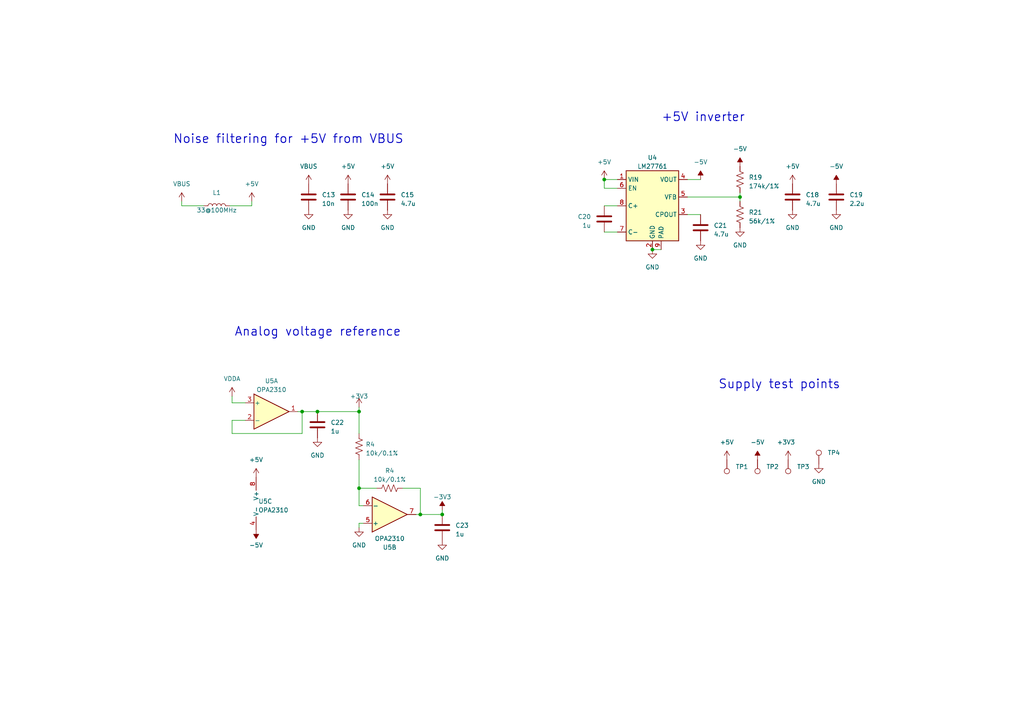
<source format=kicad_sch>
(kicad_sch (version 20230121) (generator eeschema)
  (paper "A4")
  (title_block (title "DSP PAW add-on board") (date "2023-09-13") (rev "2") (company "bitgloo") (comment 1 "Released under the CERN Open Hardware Licence Version 2 - Strongly Reciprocal"))
  (lib_symbols
    (symbol "Amplifier_Operational:OPA2340" (pin_names (offset 0.127))
      (property "Reference" "U" (at 0 5.08 0))
      (property "Value" "OPA2340" (at 0 -5.08 0))
      (symbol "OPA2340_1_1"
        (polyline (pts (xy -5.08 5.08) (xy 5.08 0) (xy -5.08 -5.08) (xy -5.08 5.08)) (stroke (width 0.254)) (fill (type background)))
        (pin output line (at 7.62 0 180) (length 2.54) (name "~") (number "1"))
        (pin input line (at -7.62 -2.54 0) (length 2.54) (name "-") (number "2"))
        (pin input line (at -7.62 2.54 0) (length 2.54) (name "+") (number "3"))
      )
      (symbol "OPA2340_2_1"
        (polyline (pts (xy -5.08 5.08) (xy 5.08 0) (xy -5.08 -5.08) (xy -5.08 5.08)) (stroke (width 0.254)) (fill (type background)))
        (pin input line (at -7.62 2.54 0) (length 2.54) (name "+") (number "5"))
        (pin input line (at -7.62 -2.54 0) (length 2.54) (name "-") (number "6"))
        (pin output line (at 7.62 0 180) (length 2.54) (name "~") (number "7"))
      )
      (symbol "OPA2340_3_1"
        (pin power_in line (at -2.54 -7.62 90) (length 3.81) (name "V-") (number "4"))
        (pin power_in line (at -2.54 7.62 270) (length 3.81) (name "V+") (number "8"))
      )
    )
    (symbol "Connector:TestPoint" (pin_numbers hide) (pin_names (offset 0.762) hide)
      (property "Reference" "TP" (at 0 6.858 0))
      (property "Value" "TestPoint" (at 0 5.08 0))
      (symbol "TestPoint_0_1"
        (circle (center 0 3.302) (radius 0.762))
      )
      (symbol "TestPoint_1_1"
        (pin passive line (at 0 0 90) (length 2.54) (name "1") (number "1"))
      )
    )
    (symbol "Device:C" (pin_numbers hide) (pin_names (offset 0.254))
      (property "Reference" "C" (at 0.635 2.54 0))
      (property "Value" "C" (at 0.635 -2.54 0))
      (symbol "C_0_1"
        (polyline (pts (xy -2.032 -0.762) (xy 2.032 -0.762)) (stroke (width 0.508)))
        (polyline (pts (xy -2.032 0.762) (xy 2.032 0.762)) (stroke (width 0.508)))
      )
      (symbol "C_1_1"
        (pin passive line (at 0 3.81 270) (length 2.794) (name "~") (number "1"))
        (pin passive line (at 0 -3.81 90) (length 2.794) (name "~") (number "2"))
      )
    )
    (symbol "Device:L" (pin_numbers hide) (pin_names (offset 1.016) hide)
      (property "Reference" "L" (at -1.27 0 90))
      (property "Value" "L" (at 1.905 0 90))
      (symbol "L_0_1"
        (arc (start 0 -2.54) (mid 0.6323 -1.905) (end 0 -1.27))
        (arc (start 0 -1.27) (mid 0.6323 -0.635) (end 0 0))
        (arc (start 0 0) (mid 0.6323 0.635) (end 0 1.27))
        (arc (start 0 1.27) (mid 0.6323 1.905) (end 0 2.54))
      )
      (symbol "L_1_1"
        (pin passive line (at 0 3.81 270) (length 1.27) (name "1") (number "1"))
        (pin passive line (at 0 -3.81 90) (length 1.27) (name "2") (number "2"))
      )
    )
    (symbol "Device:R_US" (pin_numbers hide) (pin_names (offset 0))
      (property "Reference" "R" (at 2.54 0 90))
      (property "Value" "R_US" (at -2.54 0 90))
      (symbol "R_US_0_1"
        (polyline (pts (xy 0 -2.286) (xy 0 -2.54)))
        (polyline (pts (xy 0 2.286) (xy 0 2.54)))
        (polyline (pts (xy 0 -0.762) (xy 1.016 -1.143) (xy 0 -1.524) (xy -1.016 -1.905) (xy 0 -2.286)))
        (polyline (pts (xy 0 0.762) (xy 1.016 0.381) (xy 0 0) (xy -1.016 -0.381) (xy 0 -0.762)))
        (polyline (pts (xy 0 2.286) (xy 1.016 1.905) (xy 0 1.524) (xy -1.016 1.143) (xy 0 0.762)))
      )
      (symbol "R_US_1_1"
        (pin passive line (at 0 3.81 270) (length 1.27) (name "~") (number "1"))
        (pin passive line (at 0 -3.81 90) (length 1.27) (name "~") (number "2"))
      )
    )
    (symbol "Regulator_SwitchedCapacitor:LM27761"
      (property "Reference" "U" (at -6.35 11.43 0))
      (property "Value" "LM27761" (at 3.302 11.43 0))
      (symbol "LM27761_0_1"
        (rectangle (start -7.62 10.16) (end 7.62 -10.16) (stroke (width 0.254)) (fill (type background)))
      )
      (symbol "LM27761_1_1"
        (pin power_in line (at -10.16 7.62 0) (length 2.54) (name "VIN") (number "1"))
        (pin power_in line (at 0 -12.7 90) (length 2.54) (name "GND") (number "2"))
        (pin power_out line (at 10.16 -2.54 180) (length 2.54) (name "CPOUT") (number "3"))
        (pin power_out line (at 10.16 7.62 180) (length 2.54) (name "VOUT") (number "4"))
        (pin input line (at 10.16 2.54 180) (length 2.54) (name "VFB") (number "5"))
        (pin input line (at -10.16 5.08 0) (length 2.54) (name "EN") (number "6"))
        (pin passive line (at -10.16 -7.62 0) (length 2.54) (name "C-") (number "7"))
        (pin passive line (at -10.16 0 0) (length 2.54) (name "C+") (number "8"))
        (pin power_in line (at 2.54 -12.7 90) (length 2.54) (name "PAD") (number "9"))
      )
    )
    (symbol "power:+3V3" (power) (pin_names (offset 0))
      (property "Value" "+3V3" (at 0 3.556 0))
      (symbol "+3V3_0_1"
        (polyline (pts (xy -0.762 1.27) (xy 0 2.54)))
        (polyline (pts (xy 0 0) (xy 0 2.54)))
        (polyline (pts (xy 0 2.54) (xy 0.762 1.27)))
      )
      (symbol "+3V3_1_1"
        (pin power_in line (at 0 0 90) (length 0) hide (name "+3V3") (number "1"))
      )
    )
    (symbol "power:+5V" (power) (pin_names (offset 0))
      (property "Value" "+5V" (at 0 3.556 0))
      (symbol "+5V_0_1"
        (polyline (pts (xy -0.762 1.27) (xy 0 2.54)))
        (polyline (pts (xy 0 0) (xy 0 2.54)))
        (polyline (pts (xy 0 2.54) (xy 0.762 1.27)))
      )
      (symbol "+5V_1_1"
        (pin power_in line (at 0 0 90) (length 0) hide (name "+5V") (number "1"))
      )
    )
    (symbol "power:-3V3" (power) (pin_names (offset 0))
      (property "Value" "-3V3" (at 0 3.81 0))
      (symbol "-3V3_0_0"
        (pin power_in line (at 0 0 90) (length 0) hide (name "-3V3") (number "1"))
      )
      (symbol "-3V3_0_1"
        (polyline (pts (xy 0 0) (xy 0 1.27) (xy 0.762 1.27) (xy 0 2.54) (xy -0.762 1.27) (xy 0 1.27)) (fill (type outline)))
      )
    )
    (symbol "power:-5V" (power) (pin_names (offset 0))
      (property "Value" "-5V" (at 0 3.81 0))
      (symbol "-5V_0_0"
        (pin power_in line (at 0 0 90) (length 0) hide (name "-5V") (number "1"))
      )
      (symbol "-5V_0_1"
        (polyline (pts (xy 0 0) (xy 0 1.27) (xy 0.762 1.27) (xy 0 2.54) (xy -0.762 1.27) (xy 0 1.27)) (fill (type outline)))
      )
    )
    (symbol "power:GND" (power) (pin_names (offset 0))
      (property "Value" "GND" (at 0 -3.81 0))
      (symbol "GND_0_1"
        (polyline (pts (xy 0 0) (xy 0 -1.27) (xy 1.27 -1.27) (xy 0 -2.54) (xy -1.27 -1.27) (xy 0 -1.27)))
      )
      (symbol "GND_1_1"
        (pin power_in line (at 0 0 270) (length 0) hide (name "GND") (number "1"))
      )
    )
    (symbol "power:VBUS" (power) (pin_names (offset 0))
      (property "Value" "VBUS" (at 0 3.81 0))
      (symbol "VBUS_0_1"
        (polyline (pts (xy -0.762 1.27) (xy 0 2.54)))
        (polyline (pts (xy 0 0) (xy 0 2.54)))
        (polyline (pts (xy 0 2.54) (xy 0.762 1.27)))
      )
      (symbol "VBUS_1_1"
        (pin power_in line (at 0 0 90) (length 0) hide (name "VBUS") (number "1"))
      )
    )
    (symbol "power:VDDA" (power) (pin_names (offset 0))
      (property "Value" "VDDA" (at 0 3.81 0))
      (symbol "VDDA_0_1"
        (polyline (pts (xy -0.762 1.27) (xy 0 2.54)))
        (polyline (pts (xy 0 0) (xy 0 2.54)))
        (polyline (pts (xy 0 2.54) (xy 0.762 1.27)))
      )
      (symbol "VDDA_1_1"
        (pin power_in line (at 0 0 90) (length 0) hide (name "VDDA") (number "1"))
      )
    )
  )
  (junction (at 104.14 141.605))
  (junction (at 128.27 149.225))
  (junction (at 214.63 57.15))
  (junction (at 175.26 52.07))
  (junction (at 92.075 119.38))
  (junction (at 87.63 119.38))
  (junction (at 104.14 119.38))
  (junction (at 121.92 149.225))
  (junction (at 189.23 72.39))
  (wire (pts (xy 87.63 125.73) (xy 87.63 119.38)))
  (wire (pts (xy 175.26 54.61) (xy 175.26 52.07)))
  (wire (pts (xy 199.39 52.07) (xy 203.2 52.07)))
  (wire (pts (xy 71.12 121.92) (xy 67.31 121.92)))
  (wire (pts (xy 109.22 141.605) (xy 104.14 141.605)))
  (wire (pts (xy 67.31 125.73) (xy 87.63 125.73)))
  (wire (pts (xy 87.63 119.38) (xy 86.36 119.38)))
  (wire (pts (xy 52.705 58.42) (xy 52.705 59.69)))
  (wire (pts (xy 104.14 118.11) (xy 104.14 119.38)))
  (wire (pts (xy 214.63 57.15) (xy 214.63 58.42)))
  (wire (pts (xy 214.63 57.15) (xy 214.63 55.88)))
  (wire (pts (xy 121.92 141.605) (xy 121.92 149.225)))
  (wire (pts (xy 73.025 58.42) (xy 73.025 59.69)))
  (wire (pts (xy 104.14 146.685) (xy 105.41 146.685)))
  (wire (pts (xy 199.39 57.15) (xy 214.63 57.15)))
  (wire (pts (xy 116.84 141.605) (xy 121.92 141.605)))
  (wire (pts (xy 128.27 149.225) (xy 121.92 149.225)))
  (wire (pts (xy 104.14 153.035) (xy 104.14 151.765)))
  (wire (pts (xy 67.31 116.84) (xy 71.12 116.84)))
  (wire (pts (xy 104.14 119.38) (xy 104.14 125.73)))
  (wire (pts (xy 104.14 141.605) (xy 104.14 146.685)))
  (wire (pts (xy 104.14 151.765) (xy 105.41 151.765)))
  (wire (pts (xy 128.27 147.955) (xy 128.27 149.225)))
  (wire (pts (xy 175.26 59.69) (xy 179.07 59.69)))
  (wire (pts (xy 175.26 52.07) (xy 179.07 52.07)))
  (wire (pts (xy 121.92 149.225) (xy 120.65 149.225)))
  (wire (pts (xy 175.26 67.31) (xy 179.07 67.31)))
  (wire (pts (xy 52.705 59.69) (xy 59.055 59.69)))
  (wire (pts (xy 179.07 54.61) (xy 175.26 54.61)))
  (wire (pts (xy 67.31 114.935) (xy 67.31 116.84)))
  (wire (pts (xy 199.39 62.23) (xy 203.2 62.23)))
  (wire (pts (xy 104.14 133.35) (xy 104.14 141.605)))
  (wire (pts (xy 104.14 119.38) (xy 92.075 119.38)))
  (wire (pts (xy 67.31 121.92) (xy 67.31 125.73)))
  (wire (pts (xy 66.675 59.69) (xy 73.025 59.69)))
  (wire (pts (xy 189.23 72.39) (xy 191.77 72.39)))
  (wire (pts (xy 87.63 119.38) (xy 92.075 119.38)))
  (text "Analog voltage reference" (at 67.945 97.79 0) (effects (font (size 2.54 2.54) (thickness 0.254) bold) (justify left bottom)))
  (text "+5V inverter" (at 191.77 35.56 0) (effects (font (size 2.54 2.54) (thickness 0.254) bold) (justify left bottom)))
  (text "Supply test points" (at 208.28 113.03 0) (effects (font (size 2.54 2.54) (thickness 0.254) bold) (justify left bottom)))
  (text "Noise filtering for +5V from VBUS" (at 50.165 41.91 0) (effects (font (size 2.54 2.54) (thickness 0.254) bold) (justify left bottom)))
  (symbol (lib_id "power:VDDA") (at 67.31 114.935 0) (unit 1)
    (property "Reference" "#PWR013" (effects hide))
    (property "Value" "VDDA" (at 67.31 109.855 0))
    (instances (project "stmdsp_rev3" (path "" (reference "#PWR013") (unit 1))) (project "DSP PAW add-on board" (path "" (reference "#PWR033") (unit 1)) (path "" (reference "#PWR076") (unit 1))))
  )
  (symbol (lib_id "power:GND") (at 92.075 127 0) (unit 1)
    (property "Reference" "#PWR038" (effects hide))
    (property "Value" "GND" (at 92.075 132.08 0))
    (instances (project "stmdsp_rev3" (path "" (reference "#PWR038") (unit 1))) (project "DSP PAW add-on board" (path "" (reference "#PWR060") (unit 1)) (path "" (reference "#PWR016") (unit 1))))
  )
  (symbol (lib_id "Device:C") (at 128.27 153.035 0) (unit 1)
    (property "Reference" "C23" (at 132.08 152.4 0) (effects (justify left)))
    (property "Value" "1u" (at 132.08 154.94 0) (effects (justify left)))
    (property "Footprint" "Capacitor_SMD:C_0603_1608Metric" (effects hide))
    (property "Part Number" "CL10B105KP8NNNC" (effects hide))
  )
  (symbol (lib_id "power:GND") (at 237.49 134.62 0) (unit 1)
    (property "Reference" "#PWR014" (effects hide))
    (property "Value" "GND" (at 237.49 139.7 0))
    (instances (project "stmdsp_rev3" (path "" (reference "#PWR014") (unit 1))) (project "DSP PAW add-on board" (path "" (reference "#PWR034") (unit 1)) (path "" (reference "#PWR040") (unit 1))))
  )
  (symbol (lib_id "power:-5V") (at 214.63 48.26 0) (unit 1)
    (property "Reference" "#PWR012" (effects hide))
    (property "Value" "-5V" (at 214.63 43.18 0))
    (instances (project "stmdsp_rev3" (path "" (reference "#PWR012") (unit 1))) (project "DSP PAW add-on board" (path "" (reference "#PWR032") (unit 1)) (path "" (reference "#PWR031") (unit 1))))
  )
  (symbol (lib_id "power:-3V3") (at 128.27 147.955 0) (unit 1)
    (property "Reference" "#PWR053" (effects hide))
    (property "Value" "-3V3" (at 128.27 144.145 0))
  )
  (symbol (lib_id "Connector:TestPoint") (at 210.82 133.35 180) (unit 1)
    (property "Reference" "TP1" (at 213.36 135.3819 0) (effects (justify right)))
    (property "Value" "TestPoint" (effects hide))
    (property "Footprint" "TestPoint:TestPoint_Pad_D1.0mm" (effects hide))
    (property "DNP" "T" (effects hide))
  )
  (symbol (lib_id "Device:C") (at 229.87 57.15 0) (unit 1)
    (property "Reference" "C18" (at 233.68 56.515 0) (effects (justify left)))
    (property "Value" "4.7u" (at 233.68 59.055 0) (effects (justify left)))
    (property "Footprint" "Capacitor_SMD:C_0603_1608Metric" (effects hide))
    (property "Part Number" "CL10A475KP8NNNC" (effects hide))
  )
  (symbol (lib_id "power:+5V") (at 175.26 52.07 0) (unit 1)
    (property "Reference" "#PWR011" (effects hide))
    (property "Value" "+5V" (at 175.26 46.99 0))
    (instances (project "stmdsp_rev3" (path "" (reference "#PWR011") (unit 1))) (project "DSP PAW add-on board" (path "" (reference "#PWR030") (unit 1)) (path "" (reference "#PWR032") (unit 1))))
  )
  (symbol (lib_id "Device:C") (at 175.26 63.5 0) (mirror y) (unit 1)
    (property "Reference" "C20" (at 171.45 62.865 0) (effects (justify left)))
    (property "Value" "1u" (at 171.45 65.405 0) (effects (justify left)))
    (property "Footprint" "Capacitor_SMD:C_0603_1608Metric" (effects hide))
    (property "Part Number" "CL10B105KP8NNNC" (effects hide))
  )
  (symbol (lib_id "Connector:TestPoint") (at 237.49 134.62 0) (unit 1)
    (property "Reference" "TP4" (at 240.03 131.3179 0) (effects (justify left)))
    (property "Value" "TestPoint" (effects hide))
    (property "Footprint" "TestPoint:TestPoint_Pad_D1.0mm" (effects hide))
    (property "DNP" "T" (effects hide))
  )
  (symbol (lib_id "power:-5V") (at 74.295 153.67 180) (unit 1)
    (property "Reference" "#PWR012" (effects hide))
    (property "Value" "-5V" (at 74.295 158.115 0))
    (instances (project "stmdsp_rev3" (path "" (reference "#PWR012") (unit 1))) (project "DSP PAW add-on board" (path "" (reference "#PWR032") (unit 1)) (path "" (reference "#PWR030") (unit 1))))
  )
  (symbol (lib_id "Device:R_US") (at 104.14 129.54 180) (unit 1)
    (property "Reference" "R4" (at 106.045 128.905 0) (effects (justify right)))
    (property "Value" "10k/0.1%" (at 106.045 131.445 0) (effects (justify right)))
    (property "Footprint" "Resistor_SMD:R_0603_1608Metric" (effects hide))
    (property "Part Number" "RN73R1JTTD1012B25" (effects hide))
    (instances (project "DSP PAW add-on board" (path "" (reference "R4") (unit 1)) (path "" (reference "R5") (unit 1)) (path "" (reference "R2") (unit 1))))
  )
  (symbol (lib_id "power:GND") (at 112.395 60.96 0) (unit 1)
    (property "Reference" "#PWR038" (effects hide))
    (property "Value" "GND" (at 112.395 66.04 0))
    (instances (project "stmdsp_rev3" (path "" (reference "#PWR038") (unit 1))) (project "DSP PAW add-on board" (path "" (reference "#PWR060") (unit 1)) (path "" (reference "#PWR027") (unit 1))))
  )
  (symbol (lib_id "Amplifier_Operational:OPA2340") (at 76.835 146.05 0) (unit 3)
    (property "Reference" "U5" (at 74.93 145.415 0) (effects (justify left)))
    (property "Value" "OPA2310" (at 74.93 147.955 0) (effects (justify left)))
    (property "Footprint" "Package_SO:TSSOP-8_3x3mm_P0.65mm" (effects hide))
    (property "Part Number" "OPA2310IDGKR" (effects hide))
  )
  (symbol (lib_id "power:GND") (at 189.23 72.39 0) (unit 1)
    (property "Reference" "#PWR014" (effects hide))
    (property "Value" "GND" (at 189.23 77.47 0))
    (instances (project "stmdsp_rev3" (path "" (reference "#PWR014") (unit 1))) (project "DSP PAW add-on board" (path "" (reference "#PWR034") (unit 1)) (path "" (reference "#PWR045") (unit 1))))
  )
  (symbol (lib_id "Device:R_US") (at 214.63 52.07 0) (unit 1)
    (property "Reference" "R19" (at 217.17 51.435 0) (effects (justify left)))
    (property "Value" "174k/1%" (at 217.17 53.975 0) (effects (justify left)))
    (property "Footprint" "Resistor_SMD:R_0603_1608Metric" (effects hide))
    (property "Part Number" "RMCF0603FT174K" (effects hide))
  )
  (symbol (lib_id "power:GND") (at 104.14 153.035 0) (unit 1)
    (property "Reference" "#PWR038" (effects hide))
    (property "Value" "GND" (at 104.14 158.115 0))
    (instances (project "stmdsp_rev3" (path "" (reference "#PWR038") (unit 1))) (project "DSP PAW add-on board" (path "" (reference "#PWR060") (unit 1)) (path "" (reference "#PWR017") (unit 1))))
  )
  (symbol (lib_id "Device:C") (at 203.2 66.04 0) (unit 1)
    (property "Reference" "C21" (at 207.01 65.405 0) (effects (justify left)))
    (property "Value" "4.7u" (at 207.01 67.945 0) (effects (justify left)))
    (property "Footprint" "Capacitor_SMD:C_0603_1608Metric" (effects hide))
    (property "Part Number" "CL10A475KP8NNNC" (effects hide))
  )
  (symbol (lib_id "Connector:TestPoint") (at 219.71 133.35 180) (unit 1)
    (property "Reference" "TP2" (at 222.25 135.3819 0) (effects (justify right)))
    (property "Value" "TestPoint" (effects hide))
    (property "Footprint" "TestPoint:TestPoint_Pad_D1.0mm" (effects hide))
    (property "DNP" "T" (effects hide))
  )
  (symbol (lib_id "Device:C") (at 242.57 57.15 0) (unit 1)
    (property "Reference" "C19" (at 246.38 56.515 0) (effects (justify left)))
    (property "Value" "2.2u" (at 246.38 59.055 0) (effects (justify left)))
    (property "Footprint" "Capacitor_SMD:C_0603_1608Metric" (effects hide))
    (property "Part Number" "CL10B225KP8NNNC" (effects hide))
  )
  (symbol (lib_id "power:GND") (at 128.27 156.845 0) (unit 1)
    (property "Reference" "#PWR038" (effects hide))
    (property "Value" "GND" (at 128.27 161.925 0))
    (instances (project "stmdsp_rev3" (path "" (reference "#PWR038") (unit 1))) (project "DSP PAW add-on board" (path "" (reference "#PWR060") (unit 1)) (path "" (reference "#PWR068") (unit 1))))
  )
  (symbol (lib_id "power:+5V") (at 73.025 58.42 0) (unit 1)
    (property "Reference" "#PWR033" (effects hide))
    (property "Value" "+5V" (at 73.025 53.34 0))
    (instances (project "stmdsp_rev3" (path "" (reference "#PWR033") (unit 1))) (project "DSP PAW add-on board" (path "" (reference "#PWR045") (unit 1)) (path "" (reference "#PWR023") (unit 1))))
  )
  (symbol (lib_id "power:GND") (at 89.535 60.96 0) (unit 1)
    (property "Reference" "#PWR038" (effects hide))
    (property "Value" "GND" (at 89.535 66.04 0))
    (instances (project "stmdsp_rev3" (path "" (reference "#PWR038") (unit 1))) (project "DSP PAW add-on board" (path "" (reference "#PWR058") (unit 1)) (path "" (reference "#PWR025") (unit 1))))
  )
  (symbol (lib_id "Device:C") (at 92.075 123.19 0) (unit 1)
    (property "Reference" "C22" (at 95.885 122.555 0) (effects (justify left)))
    (property "Value" "1u" (at 95.885 125.095 0) (effects (justify left)))
    (property "Footprint" "Capacitor_SMD:C_0603_1608Metric" (effects hide))
    (property "Part Number" "CL10B105KP8NNNC" (effects hide))
  )
  (symbol (lib_id "power:+5V") (at 229.87 53.34 0) (unit 1)
    (property "Reference" "#PWR011" (effects hide))
    (property "Value" "+5V" (at 229.87 48.26 0))
    (instances (project "stmdsp_rev3" (path "" (reference "#PWR011") (unit 1))) (project "DSP PAW add-on board" (path "" (reference "#PWR030") (unit 1)) (path "" (reference "#PWR034") (unit 1))))
  )
  (symbol (lib_id "Connector:TestPoint") (at 228.6 133.35 180) (unit 1)
    (property "Reference" "TP3" (at 231.14 135.3819 0) (effects (justify right)))
    (property "Value" "TestPoint" (effects hide))
    (property "Footprint" "TestPoint:TestPoint_Pad_D1.0mm" (effects hide))
    (property "DNP" "T" (effects hide))
  )
  (symbol (lib_id "Device:C") (at 112.395 57.15 0) (unit 1)
    (property "Reference" "C15" (at 116.205 56.515 0) (effects (justify left)))
    (property "Value" "4.7u" (at 116.205 59.055 0) (effects (justify left)))
    (property "Footprint" "Capacitor_SMD:C_0603_1608Metric" (effects hide))
    (property "Part Number" "CL10A475KP8NNNC" (effects hide))
  )
  (symbol (lib_id "Amplifier_Operational:OPA2340") (at 113.03 149.225 0) (mirror x) (unit 2)
    (property "Reference" "U5" (at 113.03 158.75 0))
    (property "Value" "OPA2310" (at 113.03 156.21 0))
    (property "Footprint" "Package_SO:TSSOP-8_3x3mm_P0.65mm" (effects hide))
    (property "Part Number" "OPA2310IDGKR" (effects hide))
  )
  (symbol (lib_id "Amplifier_Operational:OPA2340") (at 78.74 119.38 0) (unit 1)
    (property "Reference" "U5" (at 78.74 110.49 0))
    (property "Value" "OPA2310" (at 78.74 113.03 0))
    (property "Footprint" "Package_SO:TSSOP-8_3x3mm_P0.65mm" (effects hide))
    (property "Part Number" "OPA2310IDGKR" (effects hide))
  )
  (symbol (lib_id "Device:R_US") (at 214.63 62.23 0) (unit 1)
    (property "Reference" "R21" (at 217.17 61.595 0) (effects (justify left)))
    (property "Value" "56k/1%" (at 217.17 64.135 0) (effects (justify left)))
    (property "Footprint" "Resistor_SMD:R_0603_1608Metric" (effects hide))
    (property "Part Number" "RMCF0603FT56K0" (effects hide))
  )
  (symbol (lib_id "Device:C") (at 100.965 57.15 0) (unit 1)
    (property "Reference" "C14" (at 104.775 56.515 0) (effects (justify left)))
    (property "Value" "100n" (at 104.775 59.055 0) (effects (justify left)))
    (property "Footprint" "Capacitor_SMD:C_0603_1608Metric" (effects hide))
    (property "Part Number" "CL10B104KB8NNWC" (effects hide))
  )
  (symbol (lib_id "power:+3V3") (at 104.14 118.11 0) (unit 1)
    (property "Reference" "#PWR024" (effects hide))
    (property "Value" "+3V3" (at 104.14 114.935 0))
  )
  (symbol (lib_id "Regulator_SwitchedCapacitor:LM27761") (at 189.23 59.69 0) (unit 1)
    (property "Reference" "U4" (at 189.23 45.72 0))
    (property "Value" "LM27761" (at 189.23 48.26 0))
    (property "Footprint" "Package_SON:WSON-8-1EP_2x2mm_P0.5mm_EP0.9x1.6mm" (effects hide))
    (property "Datasheet" "http://www.ti.com/lit/ds/symlink/lm27761.pdf" (effects hide))
    (property "Part Number" "LM27761DSGR" (effects hide))
  )
  (symbol (lib_id "power:-5V") (at 242.57 53.34 0) (unit 1)
    (property "Reference" "#PWR012" (effects hide))
    (property "Value" "-5V" (at 242.57 48.26 0))
    (instances (project "stmdsp_rev3" (path "" (reference "#PWR012") (unit 1))) (project "DSP PAW add-on board" (path "" (reference "#PWR032") (unit 1)) (path "" (reference "#PWR035") (unit 1))))
  )
  (symbol (lib_id "power:+5V") (at 112.395 53.34 0) (unit 1)
    (property "Reference" "#PWR033" (effects hide))
    (property "Value" "+5V" (at 112.395 48.26 0))
    (instances (project "stmdsp_rev3" (path "" (reference "#PWR033") (unit 1))) (project "DSP PAW add-on board" (path "" (reference "#PWR063") (unit 1)) (path "" (reference "#PWR019") (unit 1))))
  )
  (symbol (lib_id "power:GND") (at 203.2 69.85 0) (unit 1)
    (property "Reference" "#PWR014" (effects hide))
    (property "Value" "GND" (at 203.2 74.93 0))
    (instances (project "stmdsp_rev3" (path "" (reference "#PWR014") (unit 1))) (project "DSP PAW add-on board" (path "" (reference "#PWR034") (unit 1)) (path "" (reference "#PWR044") (unit 1))))
  )
  (symbol (lib_id "power:GND") (at 242.57 60.96 0) (unit 1)
    (property "Reference" "#PWR014" (effects hide))
    (property "Value" "GND" (at 242.57 66.04 0))
    (instances (project "stmdsp_rev3" (path "" (reference "#PWR014") (unit 1))) (project "DSP PAW add-on board" (path "" (reference "#PWR034") (unit 1)) (path "" (reference "#PWR042") (unit 1))))
  )
  (symbol (lib_id "power:VBUS") (at 89.535 53.34 0) (unit 1)
    (property "Reference" "#PWR061" (effects hide))
    (property "Value" "VBUS" (at 89.535 48.26 0))
    (instances (project "DSP PAW add-on board" (path "" (reference "#PWR061") (unit 1)) (path "" (reference "#PWR047") (unit 1))))
  )
  (symbol (lib_id "power:+5V") (at 210.82 133.35 0) (unit 1)
    (property "Reference" "#PWR011" (effects hide))
    (property "Value" "+5V" (at 210.82 128.27 0))
    (instances (project "stmdsp_rev3" (path "" (reference "#PWR011") (unit 1))) (project "DSP PAW add-on board" (path "" (reference "#PWR030") (unit 1)) (path "" (reference "#PWR037") (unit 1))))
  )
  (symbol (lib_id "power:GND") (at 214.63 66.04 0) (unit 1)
    (property "Reference" "#PWR014" (effects hide))
    (property "Value" "GND" (at 214.63 71.12 0))
    (instances (project "stmdsp_rev3" (path "" (reference "#PWR014") (unit 1))) (project "DSP PAW add-on board" (path "" (reference "#PWR034") (unit 1)) (path "" (reference "#PWR043") (unit 1))))
  )
  (symbol (lib_id "power:GND") (at 229.87 60.96 0) (unit 1)
    (property "Reference" "#PWR014" (effects hide))
    (property "Value" "GND" (at 229.87 66.04 0))
    (instances (project "stmdsp_rev3" (path "" (reference "#PWR014") (unit 1))) (project "DSP PAW add-on board" (path "" (reference "#PWR034") (unit 1)) (path "" (reference "#PWR041") (unit 1))))
  )
  (symbol (lib_id "power:+5V") (at 74.295 138.43 0) (unit 1)
    (property "Reference" "#PWR011" (effects hide))
    (property "Value" "+5V" (at 74.295 133.35 0))
    (instances (project "stmdsp_rev3" (path "" (reference "#PWR011") (unit 1))) (project "DSP PAW add-on board" (path "" (reference "#PWR030") (unit 1)) (path "" (reference "#PWR022") (unit 1))))
  )
  (symbol (lib_id "Device:L") (at 62.865 59.69 90) (unit 1)
    (property "Reference" "L1" (at 62.865 55.88 90))
    (property "Value" "33@100MHz" (at 62.865 60.96 90))
    (property "Footprint" "Inductor_SMD:L_0603_1608Metric" (effects hide))
    (property "Part Number" "BLM18PG330SN1D" (effects hide))
  )
  (symbol (lib_id "power:-5V") (at 203.2 52.07 0) (unit 1)
    (property "Reference" "#PWR012" (effects hide))
    (property "Value" "-5V" (at 203.2 46.99 0))
    (instances (project "stmdsp_rev3" (path "" (reference "#PWR012") (unit 1))) (project "DSP PAW add-on board" (path "" (reference "#PWR032") (unit 1)) (path "" (reference "#PWR033") (unit 1))))
  )
  (symbol (lib_id "power:+5V") (at 100.965 53.34 0) (unit 1)
    (property "Reference" "#PWR033" (effects hide))
    (property "Value" "+5V" (at 100.965 48.26 0))
    (instances (project "stmdsp_rev3" (path "" (reference "#PWR033") (unit 1))) (project "DSP PAW add-on board" (path "" (reference "#PWR062") (unit 1)) (path "" (reference "#PWR018") (unit 1))))
  )
  (symbol (lib_id "Device:R_US") (at 113.03 141.605 90) (unit 1)
    (property "Reference" "R4" (at 113.03 136.525 90))
    (property "Value" "10k/0.1%" (at 113.03 139.065 90))
    (property "Footprint" "Resistor_SMD:R_0603_1608Metric" (effects hide))
    (property "Part Number" "RN73R1JTTD1012B25" (effects hide))
    (instances (project "DSP PAW add-on board" (path "" (reference "R4") (unit 1)) (path "" (reference "R5") (unit 1)) (path "" (reference "R7") (unit 1))))
  )
  (symbol (lib_id "Device:C") (at 89.535 57.15 0) (unit 1)
    (property "Reference" "C13" (at 93.345 56.515 0) (effects (justify left)))
    (property "Value" "10n" (at 93.345 59.055 0) (effects (justify left)))
    (property "Footprint" "Capacitor_SMD:C_0603_1608Metric" (effects hide))
    (property "Part Number" "CC0603KRX7R9BB103" (effects hide))
  )
  (symbol (lib_id "power:-5V") (at 219.71 133.35 0) (unit 1)
    (property "Reference" "#PWR012" (effects hide))
    (property "Value" "-5V" (at 219.71 128.27 0))
    (instances (project "stmdsp_rev3" (path "" (reference "#PWR012") (unit 1))) (project "DSP PAW add-on board" (path "" (reference "#PWR032") (unit 1)) (path "" (reference "#PWR038") (unit 1))))
  )
  (symbol (lib_id "power:+3V3") (at 228.6 133.35 0) (unit 1)
    (property "Reference" "#PWR04" (effects hide))
    (property "Value" "+3V3" (at 227.965 128.27 0))
  )
  (symbol (lib_id "power:GND") (at 100.965 60.96 0) (unit 1)
    (property "Reference" "#PWR038" (effects hide))
    (property "Value" "GND" (at 100.965 66.04 0))
    (instances (project "stmdsp_rev3" (path "" (reference "#PWR038") (unit 1))) (project "DSP PAW add-on board" (path "" (reference "#PWR059") (unit 1)) (path "" (reference "#PWR026") (unit 1))))
  )
  (symbol (lib_id "power:VBUS") (at 52.705 58.42 0) (unit 1)
    (property "Reference" "#PWR061" (effects hide))
    (property "Value" "VBUS" (at 52.705 53.34 0))
    (instances (project "DSP PAW add-on board" (path "" (reference "#PWR061") (unit 1)) (path "" (reference "#PWR051") (unit 1))))
  )
)
</source>
